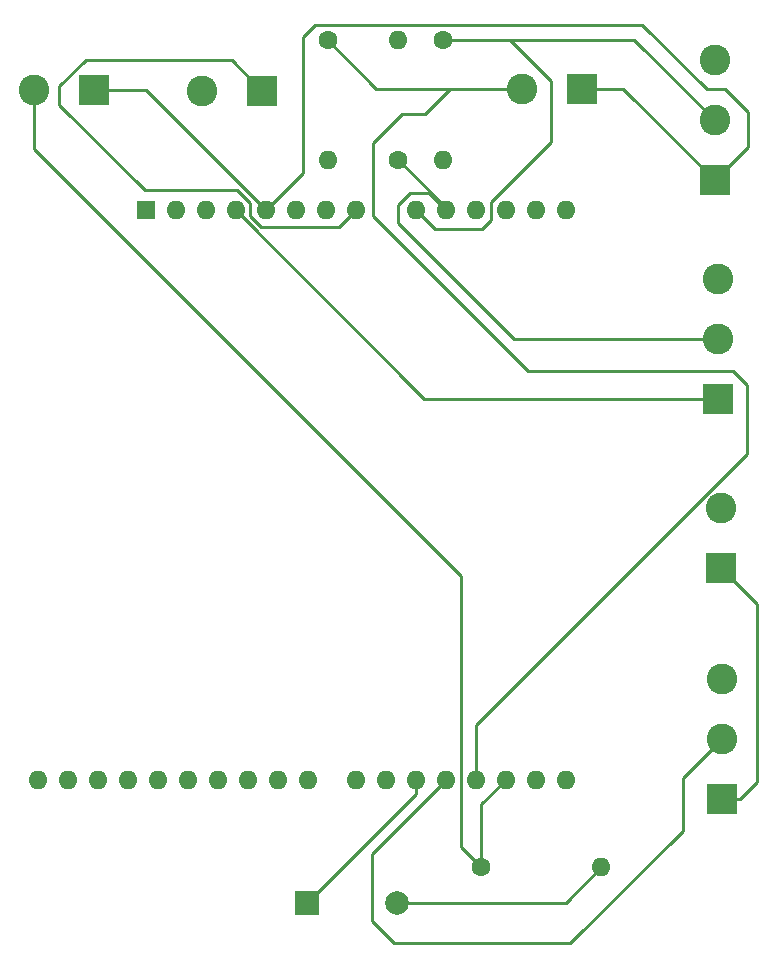
<source format=gbr>
%TF.GenerationSoftware,KiCad,Pcbnew,7.0.5*%
%TF.CreationDate,2023-12-17T15:08:04+05:30*%
%TF.ProjectId,LV conn,4c562063-6f6e-46e2-9e6b-696361645f70,rev?*%
%TF.SameCoordinates,Original*%
%TF.FileFunction,Copper,L1,Top*%
%TF.FilePolarity,Positive*%
%FSLAX46Y46*%
G04 Gerber Fmt 4.6, Leading zero omitted, Abs format (unit mm)*
G04 Created by KiCad (PCBNEW 7.0.5) date 2023-12-17 15:08:04*
%MOMM*%
%LPD*%
G01*
G04 APERTURE LIST*
%TA.AperFunction,ComponentPad*%
%ADD10C,1.600000*%
%TD*%
%TA.AperFunction,ComponentPad*%
%ADD11O,1.600000X1.600000*%
%TD*%
%TA.AperFunction,ComponentPad*%
%ADD12R,2.600000X2.600000*%
%TD*%
%TA.AperFunction,ComponentPad*%
%ADD13C,2.600000*%
%TD*%
%TA.AperFunction,ComponentPad*%
%ADD14R,2.000000X2.000000*%
%TD*%
%TA.AperFunction,ComponentPad*%
%ADD15C,2.000000*%
%TD*%
%TA.AperFunction,ComponentPad*%
%ADD16R,1.600000X1.600000*%
%TD*%
%TA.AperFunction,Conductor*%
%ADD17C,0.250000*%
%TD*%
G04 APERTURE END LIST*
D10*
%TO.P,R3_RTD1,1*%
%TO.N,D3*%
X148742400Y-35509200D03*
D11*
%TO.P,R3_RTD1,2*%
%TO.N,GND*%
X148742400Y-45669200D03*
%TD*%
D12*
%TO.P,J1_Buck_Con_Ar1,1,Pin_1*%
%TO.N,+9V*%
X143205200Y-39801800D03*
D13*
%TO.P,J1_Buck_Con_Ar1,2,Pin_2*%
%TO.N,GND*%
X138125200Y-39801800D03*
%TD*%
D12*
%TO.P,J3_POT1,1,Pin_1*%
%TO.N,5V*%
X181533800Y-47396400D03*
D13*
%TO.P,J3_POT1,2,Pin_2*%
%TO.N,A0*%
X181533800Y-42316400D03*
%TO.P,J3_POT1,3,Pin_3*%
%TO.N,GND*%
X181533800Y-37236400D03*
%TD*%
D10*
%TO.P,R1_POT1,1*%
%TO.N,A0*%
X158546800Y-35483800D03*
D11*
%TO.P,R1_POT1,2*%
%TO.N,GND*%
X158546800Y-45643800D03*
%TD*%
D12*
%TO.P,J7_Brake_Switch1,1,Pin_1*%
%TO.N,5V*%
X128960800Y-39776200D03*
D13*
%TO.P,J7_Brake_Switch1,2,Pin_2*%
%TO.N,D2*%
X123880800Y-39776200D03*
%TD*%
D12*
%TO.P,J6_RTD_Switch1,1,Pin_1*%
%TO.N,5V*%
X170261200Y-39649200D03*
D13*
%TO.P,J6_RTD_Switch1,2,Pin_2*%
%TO.N,D3*%
X165181200Y-39649200D03*
%TD*%
D14*
%TO.P,BZ1_Buzzer1,1,-*%
%TO.N,D5*%
X146999800Y-108559600D03*
D15*
%TO.P,BZ1_Buzzer1,2,+*%
%TO.N,GND*%
X154599800Y-108559600D03*
%TD*%
D10*
%TO.P,R2_POT2,1*%
%TO.N,A1*%
X154736800Y-45643800D03*
D11*
%TO.P,R2_POT2,2*%
%TO.N,GND*%
X154736800Y-35483800D03*
%TD*%
D16*
%TO.P,A1,1,NC*%
%TO.N,unconnected-(A1-NC-Pad1)*%
X133353400Y-49917400D03*
D11*
%TO.P,A1,2,IOREF*%
%TO.N,unconnected-(A1-IOREF-Pad2)*%
X135893400Y-49917400D03*
%TO.P,A1,3,~{RESET}*%
%TO.N,unconnected-(A1-~{RESET}-Pad3)*%
X138433400Y-49917400D03*
%TO.P,A1,4,3V3*%
%TO.N,3.3V*%
X140973400Y-49917400D03*
%TO.P,A1,5,+5V*%
%TO.N,5V*%
X143513400Y-49917400D03*
%TO.P,A1,6,GND*%
%TO.N,unconnected-(A1-GND-Pad6)*%
X146053400Y-49917400D03*
%TO.P,A1,7,GND*%
%TO.N,GND*%
X148593400Y-49917400D03*
%TO.P,A1,8,VIN*%
%TO.N,+9V*%
X151133400Y-49917400D03*
%TO.P,A1,9,A0*%
%TO.N,A0*%
X156213400Y-49917400D03*
%TO.P,A1,10,A1*%
%TO.N,A1*%
X158753400Y-49917400D03*
%TO.P,A1,11,A2*%
%TO.N,unconnected-(A1-A2-Pad11)*%
X161293400Y-49917400D03*
%TO.P,A1,12,A3*%
%TO.N,unconnected-(A1-A3-Pad12)*%
X163833400Y-49917400D03*
%TO.P,A1,13,SDA/A4*%
%TO.N,unconnected-(A1-SDA{slash}A4-Pad13)*%
X166373400Y-49917400D03*
%TO.P,A1,14,SCL/A5*%
%TO.N,unconnected-(A1-SCL{slash}A5-Pad14)*%
X168913400Y-49917400D03*
%TO.P,A1,15,D0/RX*%
%TO.N,unconnected-(A1-D0{slash}RX-Pad15)*%
X168913400Y-98177400D03*
%TO.P,A1,16,D1/TX*%
%TO.N,unconnected-(A1-D1{slash}TX-Pad16)*%
X166373400Y-98177400D03*
%TO.P,A1,17,D2*%
%TO.N,D2*%
X163833400Y-98177400D03*
%TO.P,A1,18,D3*%
%TO.N,D3*%
X161293400Y-98177400D03*
%TO.P,A1,19,D4*%
%TO.N,D4*%
X158753400Y-98177400D03*
%TO.P,A1,20,D5*%
%TO.N,D5*%
X156213400Y-98177400D03*
%TO.P,A1,21,D6*%
%TO.N,unconnected-(A1-D6-Pad21)*%
X153673400Y-98177400D03*
%TO.P,A1,22,D7*%
%TO.N,unconnected-(A1-D7-Pad22)*%
X151133400Y-98177400D03*
%TO.P,A1,23,D8*%
%TO.N,unconnected-(A1-D8-Pad23)*%
X147073400Y-98177400D03*
%TO.P,A1,24,D9*%
%TO.N,unconnected-(A1-D9-Pad24)*%
X144533400Y-98177400D03*
%TO.P,A1,25,D10*%
%TO.N,unconnected-(A1-D10-Pad25)*%
X141993400Y-98177400D03*
%TO.P,A1,26,D11*%
%TO.N,unconnected-(A1-D11-Pad26)*%
X139453400Y-98177400D03*
%TO.P,A1,27,D12*%
%TO.N,unconnected-(A1-D12-Pad27)*%
X136913400Y-98177400D03*
%TO.P,A1,28,D13*%
%TO.N,unconnected-(A1-D13-Pad28)*%
X134373400Y-98177400D03*
%TO.P,A1,29,GND*%
%TO.N,unconnected-(A1-GND-Pad29)*%
X131833400Y-98177400D03*
%TO.P,A1,30,AREF*%
%TO.N,unconnected-(A1-AREF-Pad30)*%
X129293400Y-98177400D03*
%TO.P,A1,31,SDA/A4*%
%TO.N,unconnected-(A1-SDA{slash}A4-Pad31)*%
X126753400Y-98177400D03*
%TO.P,A1,32,SCL/A5*%
%TO.N,unconnected-(A1-SCL{slash}A5-Pad32)*%
X124213400Y-98177400D03*
%TD*%
D12*
%TO.P,J5_Relay_Module1,1,Pin_1*%
%TO.N,+5V*%
X182143400Y-99745800D03*
D13*
%TO.P,J5_Relay_Module1,2,Pin_2*%
%TO.N,D4*%
X182143400Y-94665800D03*
%TO.P,J5_Relay_Module1,3,Pin_3*%
%TO.N,GND*%
X182143400Y-89585800D03*
%TD*%
D12*
%TO.P,J4_POT2,1,Pin_1*%
%TO.N,3.3V*%
X181838600Y-65887600D03*
D13*
%TO.P,J4_POT2,2,Pin_2*%
%TO.N,A1*%
X181838600Y-60807600D03*
%TO.P,J4_POT2,3,Pin_3*%
%TO.N,GND*%
X181838600Y-55727600D03*
%TD*%
D12*
%TO.P,J2_Buck_con_relay1,1,Pin_1*%
%TO.N,+5V*%
X182016400Y-80213200D03*
D13*
%TO.P,J2_Buck_con_relay1,2,Pin_2*%
%TO.N,GND*%
X182016400Y-75133200D03*
%TD*%
D10*
%TO.P,R4_Brake1,1*%
%TO.N,D2*%
X161772600Y-105537000D03*
D11*
%TO.P,R4_Brake1,2*%
%TO.N,GND*%
X171932600Y-105537000D03*
%TD*%
D17*
%TO.N,3.3V*%
X181838600Y-65887600D02*
X156943600Y-65887600D01*
X156943600Y-65887600D02*
X140973400Y-49917400D01*
%TO.N,5V*%
X146636600Y-46794200D02*
X146636600Y-35227400D01*
X175387000Y-34213800D02*
X180848000Y-39674800D01*
X147650200Y-34213800D02*
X175387000Y-34213800D01*
X128960800Y-39776200D02*
X133372200Y-39776200D01*
X133372200Y-39776200D02*
X143513400Y-49917400D01*
X182397400Y-39674800D02*
X184353200Y-41630600D01*
X184353200Y-41630600D02*
X184353200Y-44577000D01*
X180848000Y-39674800D02*
X182397400Y-39674800D01*
X184353200Y-44577000D02*
X181533800Y-47396400D01*
X170261200Y-39649200D02*
X173786600Y-39649200D01*
X143513400Y-49917400D02*
X146636600Y-46794200D01*
X173786600Y-39649200D02*
X181533800Y-47396400D01*
X146636600Y-35227400D02*
X147650200Y-34213800D01*
%TO.N,GND*%
X154599800Y-108559600D02*
X168910000Y-108559600D01*
X168910000Y-108559600D02*
X171932600Y-105537000D01*
%TO.N,+9V*%
X149717400Y-51333400D02*
X151133400Y-49917400D01*
X142189200Y-50444400D02*
X143078200Y-51333400D01*
X126034800Y-41021000D02*
X133248400Y-48234600D01*
X142189200Y-49326800D02*
X142189200Y-50444400D01*
X141097000Y-48234600D02*
X142189200Y-49326800D01*
X126034800Y-39452200D02*
X128276000Y-37211000D01*
X133248400Y-48234600D02*
X141097000Y-48234600D01*
X128276000Y-37211000D02*
X140614400Y-37211000D01*
X126034800Y-41021000D02*
X126034800Y-39452200D01*
X143205200Y-39801800D02*
X140614400Y-37211000D01*
X143078200Y-51333400D02*
X149717400Y-51333400D01*
%TO.N,A0*%
X167690800Y-44179009D02*
X162610800Y-49259009D01*
X164185600Y-35483800D02*
X167690800Y-38989000D01*
X162610800Y-49259009D02*
X162610800Y-50774600D01*
X167690800Y-38989000D02*
X167690800Y-44179009D01*
X157858000Y-51562000D02*
X156213400Y-49917400D01*
X181533800Y-42316400D02*
X174701200Y-35483800D01*
X162610800Y-50774600D02*
X161823400Y-51562000D01*
X174701200Y-35483800D02*
X158546800Y-35483800D01*
X158546800Y-35483800D02*
X164185600Y-35483800D01*
X161823400Y-51562000D02*
X157858000Y-51562000D01*
%TO.N,A1*%
X155752800Y-48463200D02*
X154736800Y-49479200D01*
X154736800Y-49479200D02*
X154736800Y-51028600D01*
X158753400Y-49917400D02*
X157299200Y-48463200D01*
X154736800Y-51028600D02*
X164515800Y-60807600D01*
X158753400Y-49660400D02*
X158753400Y-49917400D01*
X157299200Y-48463200D02*
X155752800Y-48463200D01*
X154736800Y-45643800D02*
X158753400Y-49660400D01*
X164515800Y-60807600D02*
X181838600Y-60807600D01*
%TO.N,D2*%
X160045400Y-103809800D02*
X160045400Y-80873600D01*
X161772600Y-105537000D02*
X161772600Y-100238200D01*
X160045400Y-80873600D02*
X123880800Y-44709000D01*
X161772600Y-100238200D02*
X163833400Y-98177400D01*
X161772600Y-105537000D02*
X160045400Y-103809800D01*
X123880800Y-44709000D02*
X123880800Y-39776200D01*
%TO.N,D3*%
X184251600Y-70535800D02*
X161293400Y-93494000D01*
X152882400Y-39649200D02*
X165181200Y-39649200D01*
X152628600Y-44221400D02*
X152628600Y-50444400D01*
X165735000Y-63550800D02*
X183057800Y-63550800D01*
X165181200Y-39649200D02*
X159140409Y-39649200D01*
X152628600Y-50444400D02*
X165735000Y-63550800D01*
X155041600Y-41808400D02*
X152628600Y-44221400D01*
X183057800Y-63550800D02*
X184251600Y-64744600D01*
X156981209Y-41808400D02*
X155041600Y-41808400D01*
X161293400Y-93494000D02*
X161293400Y-98177400D01*
X148742400Y-35509200D02*
X152882400Y-39649200D01*
X184251600Y-64744600D02*
X184251600Y-70535800D01*
X159140409Y-39649200D02*
X156981209Y-41808400D01*
%TO.N,D4*%
X152501600Y-110109000D02*
X154406600Y-112014000D01*
X152501600Y-104429200D02*
X152501600Y-110109000D01*
X178816000Y-102463600D02*
X178816000Y-97993200D01*
X169265600Y-112014000D02*
X178816000Y-102463600D01*
X154406600Y-112014000D02*
X169265600Y-112014000D01*
X158753400Y-98177400D02*
X152501600Y-104429200D01*
X178816000Y-97993200D02*
X182143400Y-94665800D01*
%TO.N,D5*%
X156213400Y-98177400D02*
X156213400Y-99346000D01*
X156213400Y-99346000D02*
X146999800Y-108559600D01*
%TO.N,+5V*%
X183693400Y-99745800D02*
X185115200Y-98324000D01*
X185115200Y-98324000D02*
X185115200Y-83312000D01*
X182143400Y-99745800D02*
X183693400Y-99745800D01*
X185115200Y-83312000D02*
X182016400Y-80213200D01*
%TD*%
M02*

</source>
